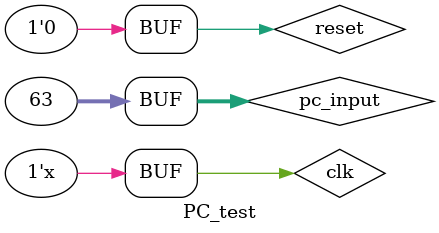
<source format=v>
module PC_test();
    reg clk, reset;
    reg [31:0] pc_input;

    wire [31:0] pc_output;

    PC test (clk, reset, pc_input, pc_output);

    initial begin
        clk <= 0; reset <= 1; pc_input <= 32'd63;
    end

    initial begin
        #6 reset <= 0;
    end

    always #5 clk <= !clk;
endmodule
</source>
